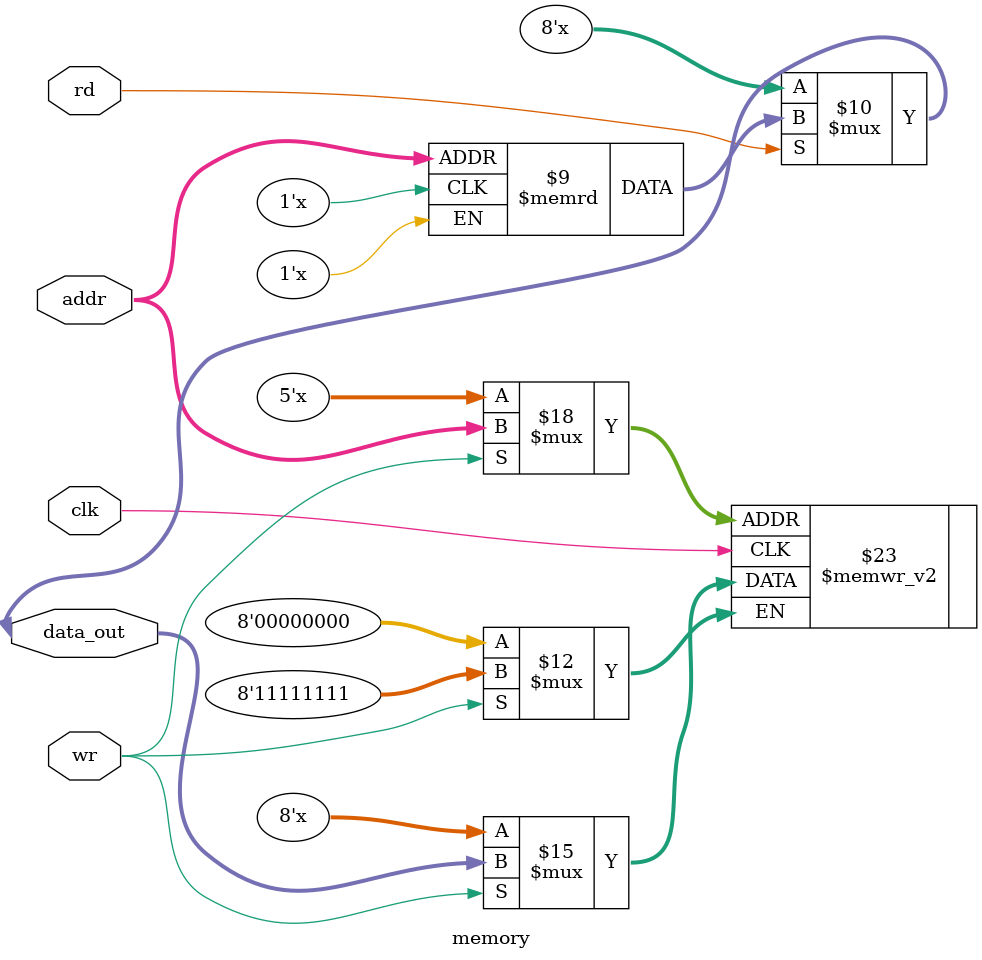
<source format=v>
module memory #(parameter AWIDTH = 5, parameter DWIDTH = 8, parameter DEPTH = (1<<AWIDTH) )(
    input clk,wr,rd,
    input [AWIDTH-1:0] addr,
    inout [DWIDTH-1:0] data_out);
    reg [DWIDTH-1:0] array [DEPTH-1:0];

    always @(posedge clk) begin
        if (wr) begin
            array[addr] <= data_out;
        end
    end

    assign data_out = (rd) ? array[addr] : {DWIDTH{1'bz}};
endmodule
</source>
